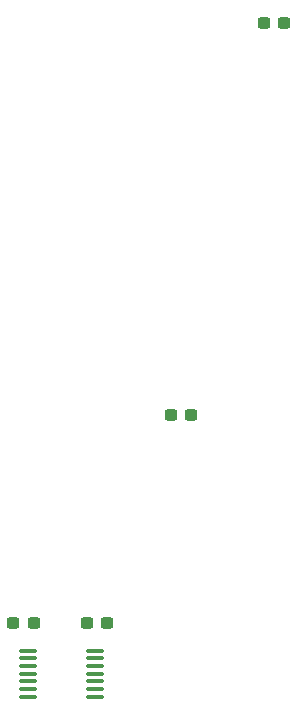
<source format=gtp>
%TF.GenerationSoftware,KiCad,Pcbnew,7.0.10*%
%TF.CreationDate,2024-01-18T23:13:16-08:00*%
%TF.ProjectId,r2dtf dev board rev 1,72326474-6620-4646-9576-20626f617264,rev?*%
%TF.SameCoordinates,Original*%
%TF.FileFunction,Paste,Top*%
%TF.FilePolarity,Positive*%
%FSLAX46Y46*%
G04 Gerber Fmt 4.6, Leading zero omitted, Abs format (unit mm)*
G04 Created by KiCad (PCBNEW 7.0.10) date 2024-01-18 23:13:16*
%MOMM*%
%LPD*%
G01*
G04 APERTURE LIST*
G04 Aperture macros list*
%AMRoundRect*
0 Rectangle with rounded corners*
0 $1 Rounding radius*
0 $2 $3 $4 $5 $6 $7 $8 $9 X,Y pos of 4 corners*
0 Add a 4 corners polygon primitive as box body*
4,1,4,$2,$3,$4,$5,$6,$7,$8,$9,$2,$3,0*
0 Add four circle primitives for the rounded corners*
1,1,$1+$1,$2,$3*
1,1,$1+$1,$4,$5*
1,1,$1+$1,$6,$7*
1,1,$1+$1,$8,$9*
0 Add four rect primitives between the rounded corners*
20,1,$1+$1,$2,$3,$4,$5,0*
20,1,$1+$1,$4,$5,$6,$7,0*
20,1,$1+$1,$6,$7,$8,$9,0*
20,1,$1+$1,$8,$9,$2,$3,0*%
G04 Aperture macros list end*
%ADD10RoundRect,0.237500X-0.300000X-0.237500X0.300000X-0.237500X0.300000X0.237500X-0.300000X0.237500X0*%
%ADD11RoundRect,0.100000X-0.637500X-0.100000X0.637500X-0.100000X0.637500X0.100000X-0.637500X0.100000X0*%
%ADD12RoundRect,0.237500X0.300000X0.237500X-0.300000X0.237500X-0.300000X-0.237500X0.300000X-0.237500X0*%
G04 APERTURE END LIST*
D10*
%TO.C,C1*%
X76237500Y-104900000D03*
X77962500Y-104900000D03*
%TD*%
%TO.C,C3*%
X62937500Y-122500000D03*
X64662500Y-122500000D03*
%TD*%
D11*
%TO.C,U1*%
X64137500Y-124850000D03*
X64137500Y-125500000D03*
X64137500Y-126150000D03*
X64137500Y-126800000D03*
X64137500Y-127450000D03*
X64137500Y-128100000D03*
X64137500Y-128750000D03*
X69862500Y-128750000D03*
X69862500Y-128100000D03*
X69862500Y-127450000D03*
X69862500Y-126800000D03*
X69862500Y-126150000D03*
X69862500Y-125500000D03*
X69862500Y-124850000D03*
%TD*%
D12*
%TO.C,C2*%
X85862500Y-71700000D03*
X84137500Y-71700000D03*
%TD*%
%TO.C,C4*%
X70862500Y-122500000D03*
X69137500Y-122500000D03*
%TD*%
M02*

</source>
